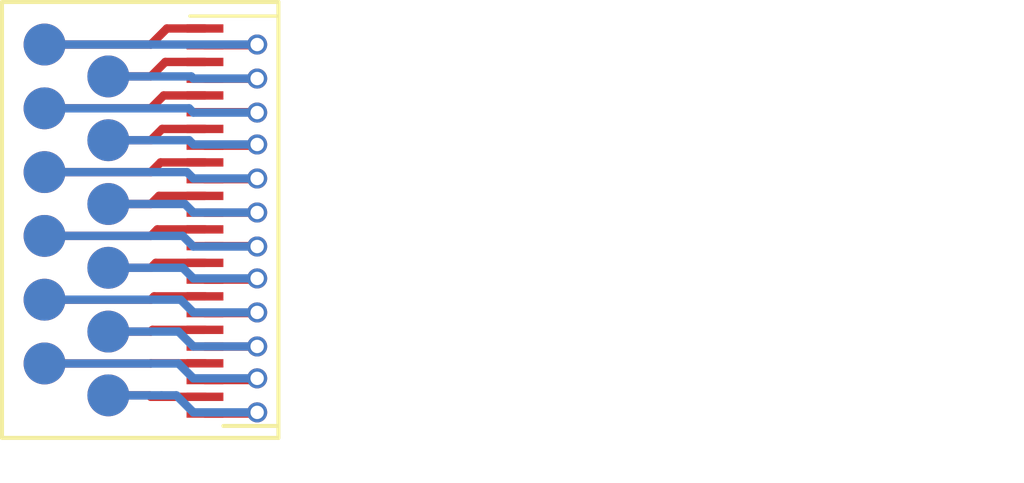
<source format=kicad_pcb>
(kicad_pcb (version 20211014) (generator pcbnew)
  (layers (0 "F.Cu" signal) (31 "B.Cu" signal) (34 "B.Paste" user) (35 "F.Paste" user) (36 "B.SilkS" user "B.Silkscreen") (37 "F.SilkS" user "F.Silkscreen") (38 "B.Mask" user) (39 "F.Mask" user) (44 "Edge.Cuts" user))
  (net 0 "")
  (footprint "Sassa:Measurement_Point_Round-SMD-Pad_VerySmall" (layer "F.Cu") (at 119.38 75.565)
    (fp_text reference "REF**" hide)
    (fp_text value "Measurement_Point_Round-SMD-Pad_VerySmall" hide)
    (pad "1" smd circle locked (at 0 0) (size 1.25 1.25) (layers "F.Cu" "F.Mask"))
  )
  (footprint "Sassa:Measurement_Point_Round-SMD-Pad_VerySmall" (layer "F.Cu") (at 121.285 76.5175)
    (fp_text reference "REF**" hide)
    (fp_text value "Measurement_Point_Round-SMD-Pad_VerySmall" hide)
    (pad "1" smd circle locked (at 0 0) (size 1.25 1.25) (layers "F.Cu" "F.Mask"))
  )
  (footprint "Sassa:Measurement_Point_Round-SMD-Pad_VerySmall" (layer "F.Cu") (at 119.38 77.47)
    (fp_text reference "REF**" hide)
    (fp_text value "Measurement_Point_Round-SMD-Pad_VerySmall" hide)
    (pad "1" smd circle locked (at 0 0) (size 1.25 1.25) (layers "F.Cu" "F.Mask"))
  )
  (footprint "Sassa:Measurement_Point_Round-SMD-Pad_VerySmall" (layer "F.Cu") (at 121.285 78.4225)
    (fp_text reference "REF**" hide)
    (fp_text value "Measurement_Point_Round-SMD-Pad_VerySmall" hide)
    (pad "1" smd circle locked (at 0 0) (size 1.25 1.25) (layers "F.Cu" "F.Mask"))
  )
  (footprint "Sassa:Measurement_Point_Round-SMD-Pad_VerySmall" (layer "F.Cu") (at 119.38 79.375)
    (fp_text reference "REF**" hide)
    (fp_text value "Measurement_Point_Round-SMD-Pad_VerySmall" hide)
    (pad "1" smd circle locked (at 0 0) (size 1.25 1.25) (layers "F.Cu" "F.Mask"))
  )
  (footprint "Sassa:Measurement_Point_Round-SMD-Pad_VerySmall" (layer "F.Cu") (at 121.285 80.3275)
    (fp_text reference "REF**" hide)
    (fp_text value "Measurement_Point_Round-SMD-Pad_VerySmall" hide)
    (pad "1" smd circle locked (at 0 0) (size 1.25 1.25) (layers "F.Cu" "F.Mask"))
  )
  (footprint "Sassa:Measurement_Point_Round-SMD-Pad_VerySmall" (layer "F.Cu") (at 119.38 81.28)
    (fp_text reference "REF**" hide)
    (fp_text value "Measurement_Point_Round-SMD-Pad_VerySmall" hide)
    (pad "1" smd circle locked (at 0 0) (size 1.25 1.25) (layers "F.Cu" "F.Mask"))
  )
  (footprint "Sassa:Measurement_Point_Round-SMD-Pad_VerySmall" (layer "F.Cu") (at 121.285 82.2325)
    (fp_text reference "REF**" hide)
    (fp_text value "Measurement_Point_Round-SMD-Pad_VerySmall" hide)
    (pad "1" smd circle locked (at 0 0) (size 1.25 1.25) (layers "F.Cu" "F.Mask"))
  )
  (footprint "Sassa:Measurement_Point_Round-SMD-Pad_VerySmall" (layer "F.Cu") (at 119.38 83.185)
    (fp_text reference "REF**" hide)
    (fp_text value "Measurement_Point_Round-SMD-Pad_VerySmall" hide)
    (pad "1" smd circle locked (at 0 0) (size 1.25 1.25) (layers "F.Cu" "F.Mask"))
  )
  (footprint "Sassa:Measurement_Point_Round-SMD-Pad_VerySmall" (layer "F.Cu") (at 121.285 84.1375)
    (fp_text reference "REF**" hide)
    (fp_text value "Measurement_Point_Round-SMD-Pad_VerySmall" hide)
    (pad "1" smd circle locked (at 0 0) (size 1.25 1.25) (layers "F.Cu" "F.Mask"))
  )
  (footprint "Sassa:Measurement_Point_Round-SMD-Pad_VerySmall" (layer "F.Cu") (at 119.38 85.09)
    (fp_text reference "REF**" hide)
    (fp_text value "Measurement_Point_Round-SMD-Pad_VerySmall" hide)
    (pad "1" smd circle locked (at 0 0) (size 1.25 1.25) (layers "F.Cu" "F.Mask"))
  )
  (footprint "Sassa:Measurement_Point_Round-SMD-Pad_VerySmall" (layer "F.Cu") (at 121.285 86.0425)
    (fp_text reference "REF**" hide)
    (fp_text value "Measurement_Point_Round-SMD-Pad_VerySmall" hide)
    (pad "1" smd circle locked (at 0 0) (size 1.25 1.25) (layers "F.Cu" "F.Mask"))
  )
  (footprint "Package_SO:Half-TSOP-I-48_18.4x12mm_P0.5mm" (layer "F.Cu") (at 133.9215 80.8355)
    (fp_text reference "REF**" hide)
    (fp_text value "Half-TSOP-I-48_18.4x12mm_P0.5mm")
    (fp_line (start -7.62 -6.12) (end -10.2 -6.12) (layer "F.SilkS") (width 0.1))
    (fp_line (start -9.2 6.12) (end -7.62 6.12) (layer "F.SilkS") (width 0.12))
    (pad "1" smd rect locked (at -9.75 -5.75) (size 1.1 0.25) (layers "F.Cu" "F.Paste" "F.Mask"))
    (pad "2" smd rect locked (at -9.75 -5.25) (size 1.1 0.25) (layers "F.Cu" "F.Paste" "F.Mask"))
    (pad "3" smd rect locked (at -9.75 -4.75) (size 1.1 0.25) (layers "F.Cu" "F.Paste" "F.Mask"))
    (pad "4" smd rect locked (at -9.75 -4.25) (size 1.1 0.25) (layers "F.Cu" "F.Paste" "F.Mask"))
    (pad "5" smd rect locked (at -9.75 -3.75) (size 1.1 0.25) (layers "F.Cu" "F.Paste" "F.Mask"))
    (pad "6" smd rect locked (at -9.75 -3.25) (size 1.1 0.25) (layers "F.Cu" "F.Paste" "F.Mask"))
    (pad "7" smd rect locked (at -9.75 -2.75) (size 1.1 0.25) (layers "F.Cu" "F.Paste" "F.Mask"))
    (pad "8" smd rect locked (at -9.75 -2.25) (size 1.1 0.25) (layers "F.Cu" "F.Paste" "F.Mask"))
    (pad "9" smd rect locked (at -9.75 -1.75) (size 1.1 0.25) (layers "F.Cu" "F.Paste" "F.Mask"))
    (pad "10" smd rect locked (at -9.75 -1.25) (size 1.1 0.25) (layers "F.Cu" "F.Paste" "F.Mask"))
    (pad "11" smd rect locked (at -9.75 -0.75) (size 1.1 0.25) (layers "F.Cu" "F.Paste" "F.Mask"))
    (pad "12" smd rect locked (at -9.75 -0.25) (size 1.1 0.25) (layers "F.Cu" "F.Paste" "F.Mask"))
    (pad "13" smd rect locked (at -9.75 0.25) (size 1.1 0.25) (layers "F.Cu" "F.Paste" "F.Mask"))
    (pad "14" smd rect locked (at -9.75 0.75) (size 1.1 0.25) (layers "F.Cu" "F.Paste" "F.Mask"))
    (pad "15" smd rect locked (at -9.75 1.25) (size 1.1 0.25) (layers "F.Cu" "F.Paste" "F.Mask"))
    (pad "16" smd rect locked (at -9.75 1.75) (size 1.1 0.25) (layers "F.Cu" "F.Paste" "F.Mask"))
    (pad "17" smd rect locked (at -9.75 2.25) (size 1.1 0.25) (layers "F.Cu" "F.Paste" "F.Mask"))
    (pad "18" smd rect locked (at -9.75 2.75) (size 1.1 0.25) (layers "F.Cu" "F.Paste" "F.Mask"))
    (pad "19" smd rect locked (at -9.75 3.25) (size 1.1 0.25) (layers "F.Cu" "F.Paste" "F.Mask"))
    (pad "20" smd rect locked (at -9.75 3.75) (size 1.1 0.25) (layers "F.Cu" "F.Paste" "F.Mask"))
    (pad "21" smd rect locked (at -9.75 4.25) (size 1.1 0.25) (layers "F.Cu" "F.Paste" "F.Mask"))
    (pad "22" smd rect locked (at -9.75 4.75) (size 1.1 0.25) (layers "F.Cu" "F.Paste" "F.Mask"))
    (pad "23" smd rect locked (at -9.75 5.25) (size 1.1 0.25) (layers "F.Cu" "F.Paste" "F.Mask"))
    (pad "24" smd rect locked (at -9.75 5.75) (size 1.1 0.25) (layers "F.Cu" "F.Paste" "F.Mask"))
  )
  (footprint "Sassa:Measurement_Point_Round-SMD-Pad_VerySmall" (layer "B.Cu") (at 119.38 81.28)
    (fp_text reference "REF**" hide)
    (fp_text value "Measurement_Point_Round-SMD-Pad_VerySmall" hide)
    (pad "1" smd circle locked (at 0 0) (size 1.25 1.25) (layers "B.Cu" "B.Mask"))
  )
  (footprint "Sassa:Measurement_Point_Round-SMD-Pad_VerySmall" (layer "B.Cu") (at 121.285 78.4225)
    (fp_text reference "REF**" hide)
    (fp_text value "Measurement_Point_Round-SMD-Pad_VerySmall" hide)
    (pad "1" smd circle locked (at 0 0) (size 1.25 1.25) (layers "B.Cu" "B.Mask"))
  )
  (footprint "Sassa:Measurement_Point_Round-SMD-Pad_VerySmall" (layer "B.Cu") (at 119.38 79.375)
    (fp_text reference "REF**" hide)
    (fp_text value "Measurement_Point_Round-SMD-Pad_VerySmall" hide)
    (pad "1" smd circle locked (at 0 0) (size 1.25 1.25) (layers "B.Cu" "B.Mask"))
  )
  (footprint "Sassa:Measurement_Point_Round-SMD-Pad_VerySmall" (layer "B.Cu") (at 119.38 75.565)
    (fp_text reference "REF**" hide)
    (fp_text value "Measurement_Point_Round-SMD-Pad_VerySmall" hide)
    (pad "1" smd circle locked (at 0 0) (size 1.25 1.25) (layers "B.Cu" "B.Mask"))
  )
  (footprint "Sassa:Measurement_Point_Round-SMD-Pad_VerySmall" (layer "B.Cu") (at 119.38 85.09)
    (fp_text reference "REF**" hide)
    (fp_text value "Measurement_Point_Round-SMD-Pad_VerySmall" hide)
    (pad "1" smd circle locked (at 0 0) (size 1.25 1.25) (layers "B.Cu" "B.Mask"))
  )
  (footprint "Sassa:Measurement_Point_Round-SMD-Pad_VerySmall" (layer "B.Cu") (at 119.38 77.47)
    (fp_text reference "REF**" hide)
    (fp_text value "Measurement_Point_Round-SMD-Pad_VerySmall" hide)
    (pad "1" smd circle locked (at 0 0) (size 1.25 1.25) (layers "B.Cu" "B.Mask"))
  )
  (footprint "Sassa:Measurement_Point_Round-SMD-Pad_VerySmall" (layer "B.Cu") (at 121.285 80.3275)
    (fp_text reference "REF**" hide)
    (fp_text value "Measurement_Point_Round-SMD-Pad_VerySmall" hide)
    (pad "1" smd circle locked (at 0 0) (size 1.25 1.25) (layers "B.Cu" "B.Mask"))
  )
  (footprint "Sassa:Measurement_Point_Round-SMD-Pad_VerySmall" (layer "B.Cu") (at 121.285 82.2325)
    (fp_text reference "REF**" hide)
    (fp_text value "Measurement_Point_Round-SMD-Pad_VerySmall" hide)
    (pad "1" smd circle locked (at 0 0) (size 1.25 1.25) (layers "B.Cu" "B.Mask"))
  )
  (footprint "Sassa:Measurement_Point_Round-SMD-Pad_VerySmall" (layer "B.Cu") (at 121.285 76.5175)
    (fp_text reference "REF**" hide)
    (fp_text value "Measurement_Point_Round-SMD-Pad_VerySmall" hide)
    (pad "1" smd circle locked (at 0 0) (size 1.25 1.25) (layers "B.Cu" "B.Mask"))
  )
  (footprint "Sassa:Measurement_Point_Round-SMD-Pad_VerySmall" (layer "B.Cu") (at 121.285 86.0425)
    (fp_text reference "REF**" hide)
    (fp_text value "Measurement_Point_Round-SMD-Pad_VerySmall" hide)
    (pad "1" smd circle locked (at 0 0) (size 1.25 1.25) (layers "B.Cu" "B.Mask"))
  )
  (footprint "Sassa:Measurement_Point_Round-SMD-Pad_VerySmall" (layer "B.Cu") (at 119.38 83.185)
    (fp_text reference "REF**" hide)
    (fp_text value "Measurement_Point_Round-SMD-Pad_VerySmall" hide)
    (pad "1" smd circle locked (at 0 0) (size 1.25 1.25) (layers "B.Cu" "B.Mask"))
  )
  (footprint "Sassa:Measurement_Point_Round-SMD-Pad_VerySmall" (layer "B.Cu") (at 121.285 84.1375)
    (fp_text reference "REF**" hide)
    (fp_text value "Measurement_Point_Round-SMD-Pad_VerySmall" hide)
    (pad "1" smd circle locked (at 0 0) (size 1.25 1.25) (layers "B.Cu" "B.Mask"))
  )
  (gr_line (start 126.365 87.3125) (end 126.365 74.295) (layer "F.SilkS") (width 0.12))
  (gr_line (start 118.11 87.3125) (end 126.365 87.3125) (layer "F.SilkS") (width 0.12))
  (gr_line (start 118.11 74.295) (end 118.11 87.3125) (layer "F.SilkS") (width 0.12))
  (gr_line (start 126.365 74.295) (end 118.11 74.295) (layer "F.SilkS") (width 0.12))
  (segment (start 119.38 77.47) (end 122.555 77.47) (width 0.25) (layer "F.Cu") (net 0))
  (segment (start 124.1715 77.5855) (end 125.7185 77.5855) (width 0.25) (layer "F.Cu") (net 0))
  (segment (start 122.555 76.5175) (end 122.987 76.0855) (width 0.25) (layer "F.Cu") (net 0))
  (segment (start 119.38 75.565) (end 122.555 75.565) (width 0.25) (layer "F.Cu") (net 0))
  (segment (start 124.1715 79.0855) (end 122.8445 79.0855) (width 0.25) (layer "F.Cu") (net 0))
  (segment (start 121.285 84.1375) (end 122.555 84.1375) (width 0.25) (layer "F.Cu") (net 0))
  (segment (start 119.38 81.28) (end 122.555 81.28) (width 0.25) (layer "F.Cu") (net 0))
  (segment (start 122.555 80.3275) (end 122.797 80.0855) (width 0.25) (layer "F.Cu") (net 0))
  (segment (start 124.1715 78.5855) (end 125.694 78.5855) (width 0.25) (layer "F.Cu") (net 0))
  (segment (start 122.607 84.0855) (end 124.1715 84.0855) (width 0.25) (layer "F.Cu") (net 0))
  (segment (start 125.7105 83.5855) (end 125.73 83.566) (width 0.25) (layer "F.Cu") (net 0))
  (segment (start 125.718 81.5855) (end 125.73 81.5975) (width 0.25) (layer "F.Cu") (net 0))
  (segment (start 124.1715 84.5855) (end 125.7265 84.5855) (width 0.25) (layer "F.Cu") (net 0))
  (segment (start 124.1715 82.5855) (end 125.6945 82.5855) (width 0.25) (layer "F.Cu") (net 0))
  (segment (start 125.6945 82.5855) (end 125.73 82.55) (width 0.25) (layer "F.Cu") (net 0))
  (segment (start 121.285 80.3275) (end 122.555 80.3275) (width 0.25) (layer "F.Cu") (net 0))
  (segment (start 122.8445 79.0855) (end 122.555 79.375) (width 0.25) (layer "F.Cu") (net 0))
  (segment (start 124.1715 83.0855) (end 122.6545 83.0855) (width 0.25) (layer "F.Cu") (net 0))
  (segment (start 119.38 79.375) (end 122.555 79.375) (width 0.25) (layer "F.Cu") (net 0))
  (segment (start 122.797 80.0855) (end 124.1715 80.0855) (width 0.25) (layer "F.Cu") (net 0))
  (segment (start 122.512 86.0425) (end 122.555 86.0855) (width 0.25) (layer "F.Cu") (net 0))
  (segment (start 121.285 76.5175) (end 122.555 76.5175) (width 0.25) (layer "F.Cu") (net 0))
  (segment (start 125.679 85.5855) (end 125.73 85.5345) (width 0.25) (layer "F.Cu") (net 0))
  (segment (start 122.9395 77.0855) (end 122.555 77.47) (width 0.25) (layer "F.Cu") (net 0))
  (segment (start 122.702 82.0855) (end 124.1715 82.0855) (width 0.25) (layer "F.Cu") (net 0))
  (segment (start 119.38 85.09) (end 122.555 85.09) (width 0.25) (layer "F.Cu") (net 0))
  (segment (start 122.7495 81.0855) (end 122.555 81.28) (width 0.25) (layer "F.Cu") (net 0))
  (segment (start 122.555 86.0855) (end 124.1715 86.0855) (width 0.25) (layer "F.Cu") (net 0))
  (segment (start 125.7095 75.5855) (end 125.73 75.565) (width 0.25) (layer "F.Cu") (net 0))
  (segment (start 124.1715 83.5855) (end 125.7105 83.5855) (width 0.25) (layer "F.Cu") (net 0))
  (segment (start 125.726 80.5855) (end 125.73 80.5815) (width 0.25) (layer "F.Cu") (net 0))
  (segment (start 122.555 78.4225) (end 122.892 78.0855) (width 0.25) (layer "F.Cu") (net 0))
  (segment (start 124.1715 81.5855) (end 125.718 81.5855) (width 0.25) (layer "F.Cu") (net 0))
  (segment (start 122.987 76.0855) (end 124.1715 76.0855) (width 0.25) (layer "F.Cu") (net 0))
  (segment (start 124.1715 75.0855) (end 123.0345 75.0855) (width 0.25) (layer "F.Cu") (net 0))
  (segment (start 124.1715 75.5855) (end 125.7095 75.5855) (width 0.25) (layer "F.Cu") (net 0))
  (segment (start 122.555 82.2325) (end 122.702 82.0855) (width 0.25) (layer "F.Cu") (net 0))
  (segment (start 121.285 78.4225) (end 122.555 78.4225) (width 0.25) (layer "F.Cu") (net 0))
  (segment (start 124.1715 80.5855) (end 125.726 80.5855) (width 0.25) (layer "F.Cu") (net 0))
  (segment (start 125.7255 76.5855) (end 125.73 76.581) (width 0.25) (layer "F.Cu") (net 0))
  (segment (start 122.555 84.1375) (end 122.607 84.0855) (width 0.25) (layer "F.Cu") (net 0))
  (segment (start 124.1715 86.5855) (end 125.695 86.5855) (width 0.25) (layer "F.Cu") (net 0))
  (segment (start 124.1715 81.0855) (end 122.7495 81.0855) (width 0.25) (layer "F.Cu") (net 0))
  (segment (start 124.1715 77.0855) (end 122.9395 77.0855) (width 0.25) (layer "F.Cu") (net 0))
  (segment (start 125.7265 84.5855) (end 125.73 84.582) (width 0.25) (layer "F.Cu") (net 0))
  (segment (start 125.71 79.5855) (end 125.73 79.5655) (width 0.25) (layer "F.Cu") (net 0))
  (segment (start 122.5595 85.0855) (end 122.555 85.09) (width 0.25) (layer "F.Cu") (net 0))
  (segment (start 122.6545 83.0855) (end 122.555 83.185) (width 0.25) (layer "F.Cu") (net 0))
  (segment (start 125.7185 77.5855) (end 125.73 77.597) (width 0.25) (layer "F.Cu") (net 0))
  (segment (start 123.0345 75.0855) (end 122.555 75.565) (width 0.25) (layer "F.Cu") (net 0))
  (segment (start 121.285 86.0425) (end 122.512 86.0425) (width 0.25) (layer "F.Cu") (net 0))
  (segment (start 124.1715 85.5855) (end 125.679 85.5855) (width 0.25) (layer "F.Cu") (net 0))
  (segment (start 124.1715 76.5855) (end 125.7255 76.5855) (width 0.25) (layer "F.Cu") (net 0))
  (segment (start 125.695 86.5855) (end 125.73 86.5505) (width 0.25) (layer "F.Cu") (net 0))
  (segment (start 124.1715 79.5855) (end 125.71 79.5855) (width 0.25) (layer "F.Cu") (net 0))
  (segment (start 121.285 82.2325) (end 122.555 82.2325) (width 0.25) (layer "F.Cu") (net 0))
  (segment (start 119.38 83.185) (end 122.555 83.185) (width 0.25) (layer "F.Cu") (net 0))
  (segment (start 122.892 78.0855) (end 124.1715 78.0855) (width 0.25) (layer "F.Cu") (net 0))
  (segment (start 125.694 78.5855) (end 125.73 78.5495) (width 0.25) (layer "F.Cu") (net 0))
  (segment (start 124.1715 85.0855) (end 122.5595 85.0855) (width 0.25) (layer "F.Cu") (net 0))
  (via (at 125.73 76.581) (size 0.6) (drill 0.4) (layers "F.Cu" "B.Cu") (net 0))
  (via (at 125.73 86.5505) (size 0.6) (drill 0.4) (layers "F.Cu" "B.Cu") (net 0))
  (via (at 125.73 84.582) (size 0.6) (drill 0.4) (layers "F.Cu" "B.Cu") (net 0))
  (via (at 125.73 81.5975) (size 0.6) (drill 0.4) (layers "F.Cu" "B.Cu") (net 0))
  (via (at 125.73 78.5495) (size 0.6) (drill 0.4) (layers "F.Cu" "B.Cu") (net 0))
  (via (at 125.73 83.566) (size 0.6) (drill 0.4) (layers "F.Cu" "B.Cu") (net 0))
  (via (at 125.73 75.565) (size 0.6) (drill 0.4) (layers "F.Cu" "B.Cu") (net 0))
  (via (at 125.73 85.5345) (size 0.6) (drill 0.4) (layers "F.Cu" "B.Cu") (net 0))
  (via (at 125.73 77.597) (size 0.6) (drill 0.4) (layers "F.Cu" "B.Cu") (net 0))
  (via (at 125.73 82.55) (size 0.6) (drill 0.4) (layers "F.Cu" "B.Cu") (net 0))
  (via (at 125.73 80.5815) (size 0.6) (drill 0.4) (layers "F.Cu" "B.Cu") (net 0))
  (via (at 125.73 79.5655) (size 0.6) (drill 0.4) (layers "F.Cu" "B.Cu") (net 0))
  (segment (start 123.825 86.5505) (end 123.317 86.0425) (width 0.25) (layer "B.Cu") (net 0))
  (segment (start 123.444 83.185) (end 119.38 83.185) (width 0.25) (layer "B.Cu") (net 0))
  (segment (start 123.3805 85.09) (end 122.555 85.09) (width 0.25) (layer "B.Cu") (net 0))
  (segment (start 125.73 78.5495) (end 123.825 78.5495) (width 0.25) (layer "B.Cu") (net 0))
  (segment (start 123.698 77.47) (end 119.38 77.47) (width 0.25) (layer "B.Cu") (net 0))
  (segment (start 123.825 82.55) (end 123.5075 82.2325) (width 0.25) (layer "B.Cu") (net 0))
  (segment (start 123.7615 76.5175) (end 121.285 76.5175) (width 0.25) (layer "B.Cu") (net 0))
  (segment (start 123.6345 79.375) (end 119.38 79.375) (width 0.25) (layer "B.Cu") (net 0))
  (segment (start 121.285 84.1375) (end 123.3805 84.1375) (width 0.25) (layer "B.Cu") (net 0))
  (segment (start 123.698 78.4225) (end 121.285 78.4225) (width 0.25) (layer "B.Cu") (net 0))
  (segment (start 123.571 80.3275) (end 121.285 80.3275) (width 0.25) (layer "B.Cu") (net 0))
  (segment (start 123.825 85.5345) (end 123.3805 85.09) (width 0.25) (layer "B.Cu") (net 0))
  (segment (start 125.73 85.5345) (end 123.825 85.5345) (width 0.25) (layer "B.Cu") (net 0))
  (segment (start 122.555 85.09) (end 119.38 85.09) (width 0.25) (layer "B.Cu") (net 0))
  (segment (start 125.73 86.5505) (end 123.825 86.5505) (width 0.25) (layer "B.Cu") (net 0))
  (segment (start 125.73 75.565) (end 122.555 75.565) (width 0.25) (layer "B.Cu") (net 0))
  (segment (start 123.3805 84.1375) (end 123.825 84.582) (width 0.25) (layer "B.Cu") (net 0))
  (segment (start 125.73 79.5655) (end 123.825 79.5655) (width 0.25) (layer "B.Cu") (net 0))
  (segment (start 123.825 83.566) (end 123.444 83.185) (width 0.25) (layer "B.Cu") (net 0))
  (segment (start 123.825 80.5815) (end 123.571 80.3275) (width 0.25) (layer "B.Cu") (net 0))
  (segment (start 123.825 81.5975) (end 123.5075 81.28) (width 0.25) (layer "B.Cu") (net 0))
  (segment (start 123.825 78.5495) (end 123.698 78.4225) (width 0.25) (layer "B.Cu") (net 0))
  (segment (start 123.825 77.597) (end 123.698 77.47) (width 0.25) (layer "B.Cu") (net 0))
  (segment (start 125.73 76.581) (end 123.825 76.581) (width 0.25) (layer "B.Cu") (net 0))
  (segment (start 123.5075 81.28) (end 122.555 81.28) (width 0.25) (layer "B.Cu") (net 0))
  (segment (start 125.73 80.5815) (end 123.825 80.5815) (width 0.25) (layer "B.Cu") (net 0))
  (segment (start 122.8725 86.0425) (end 121.285 86.0425) (width 0.25) (layer "B.Cu") (net 0))
  (segment (start 123.825 79.5655) (end 123.6345 79.375) (width 0.25) (layer "B.Cu") (net 0))
  (segment (start 119.38 75.565) (end 122.555 75.565) (width 0.25) (layer "B.Cu") (net 0))
  (segment (start 125.73 77.597) (end 123.825 77.597) (width 0.25) (layer "B.Cu") (net 0))
  (segment (start 123.825 84.582) (end 125.73 84.582) (width 0.25) (layer "B.Cu") (net 0))
  (segment (start 123.825 76.581) (end 123.7615 76.5175) (width 0.25) (layer "B.Cu") (net 0))
  (segment (start 125.73 82.55) (end 123.825 82.55) (width 0.25) (layer "B.Cu") (net 0))
  (segment (start 123.317 86.0425) (end 122.8725 86.0425) (width 0.25) (layer "B.Cu") (net 0))
  (segment (start 125.73 81.5975) (end 123.825 81.5975) (width 0.25) (layer "B.Cu") (net 0))
  (segment (start 122.555 81.28) (end 119.38 81.28) (width 0.25) (layer "B.Cu") (net 0))
  (segment (start 125.73 83.566) (end 123.825 83.566) (width 0.25) (layer "B.Cu") (net 0))
  (segment (start 123.5075 82.2325) (end 121.285 82.2325) (width 0.25) (layer "B.Cu") (net 0))
)
</source>
